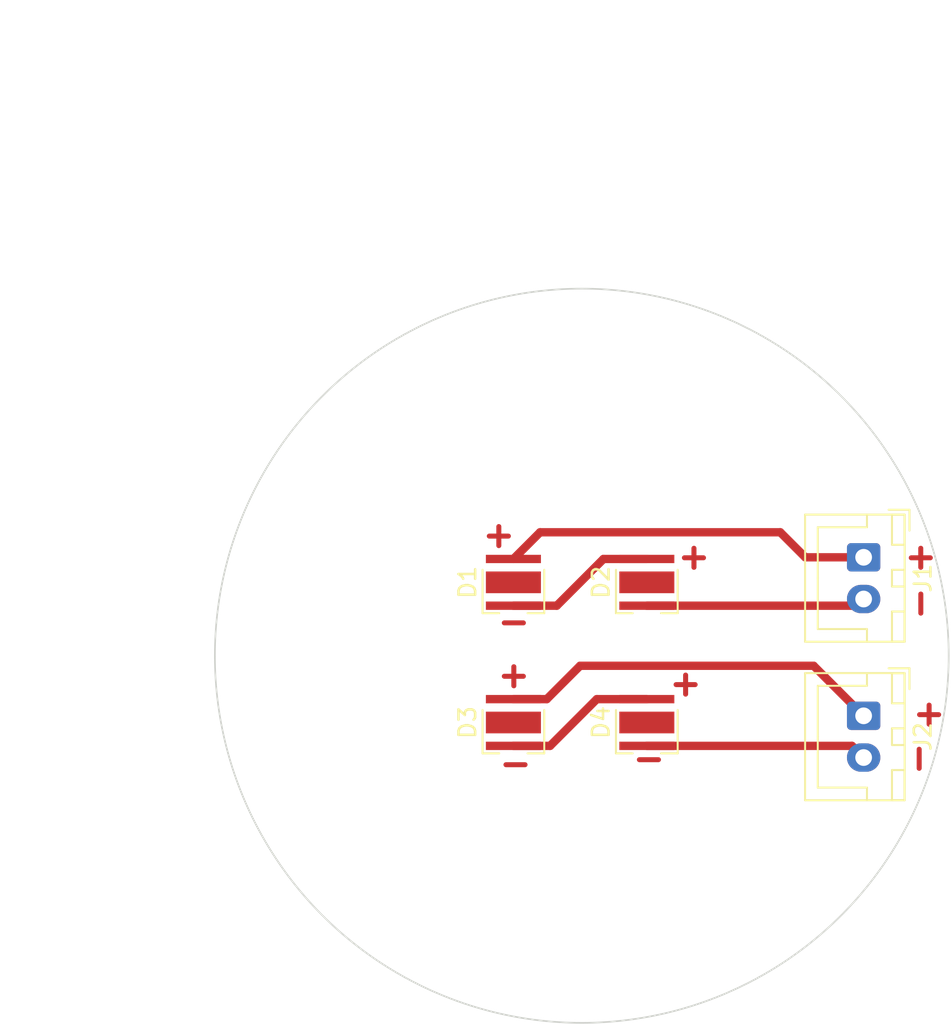
<source format=kicad_pcb>
(kicad_pcb (version 20221018) (generator pcbnew)
  (layers (0 "F.Cu" signal) (31 "B.Cu" signal) (34 "B.Paste" user) (35 "F.Paste" user) (36 "B.SilkS" user "B.Silkscreen") (37 "F.SilkS" user "F.Silkscreen") (38 "B.Mask" user) (39 "F.Mask" user) (44 "Edge.Cuts" user))
  (net 0 "")
  (net 1 "Net-(D1-K)")
  (net 2 "Net-(D1-A)")
  (net 3 "Net-(D2-K)")
  (net 4 "Net-(D3-K)")
  (net 5 "Net-(D3-A)")
  (net 6 "Net-(D4-K)")
  (footprint "LED_SMD:LED_Cree-XHP35" (layer "F.Cu") (at 166 72.4 90)
    (fp_text reference "D4" (at 0 -2.75 90) (layer "F.SilkS"))
    (fp_text value "LED")
    (fp_line (start -1.85 -1.85) (end -1.85 -0.85) (stroke (width 0.12)) (layer "F.SilkS"))
    (fp_line (start -1.85 1.85) (end -1.85 0.85) (stroke (width 0.12)) (layer "F.SilkS"))
    (fp_line (start 0.75 -1.85) (end -1.85 -1.85) (stroke (width 0.12)) (layer "F.SilkS"))
    (fp_line (start 0.75 1.85) (end -1.85 1.85) (stroke (width 0.12)) (layer "F.SilkS"))
    (pad "1" smd rect (at -1.4 0 90) (size 0.5 3.3) (layers "F.Cu" "F.Paste" "F.Mask") (net 6 "Net-(D4-K)"))
    (pad "2" smd rect (at 1.4 0 90) (size 0.5 3.3) (layers "F.Cu" "F.Paste" "F.Mask") (net 4 "Net-(D3-K)"))
    (pad "3" smd rect (at 0 0 90) (size 1.3 3.3) (layers "F.Cu" "F.Mask"))
  )
  (footprint "LED_SMD:LED_Cree-XHP35" (layer "F.Cu") (at 166 64 90)
    (fp_text reference "D2" (at 0 -2.75 90) (layer "F.SilkS"))
    (fp_text value "LED")
    (fp_line (start -1.85 -1.85) (end -1.85 -0.85) (stroke (width 0.12)) (layer "F.SilkS"))
    (fp_line (start -1.85 1.85) (end -1.85 0.85) (stroke (width 0.12)) (layer "F.SilkS"))
    (fp_line (start 0.75 -1.85) (end -1.85 -1.85) (stroke (width 0.12)) (layer "F.SilkS"))
    (fp_line (start 0.75 1.85) (end -1.85 1.85) (stroke (width 0.12)) (layer "F.SilkS"))
    (pad "1" smd rect (at -1.4 0 90) (size 0.5 3.3) (layers "F.Cu" "F.Paste" "F.Mask") (net 3 "Net-(D2-K)"))
    (pad "2" smd rect (at 1.4 0 90) (size 0.5 3.3) (layers "F.Cu" "F.Paste" "F.Mask") (net 1 "Net-(D1-K)"))
    (pad "3" smd rect (at 0 0 90) (size 1.3 3.3) (layers "F.Cu" "F.Mask"))
  )
  (footprint "LED_SMD:LED_Cree-XHP35" (layer "F.Cu") (at 158 64 90)
    (fp_text reference "D1" (at 0 -2.75 90) (layer "F.SilkS"))
    (fp_text value "LED")
    (fp_line (start -1.85 -1.85) (end -1.85 -0.85) (stroke (width 0.12)) (layer "F.SilkS"))
    (fp_line (start -1.85 1.85) (end -1.85 0.85) (stroke (width 0.12)) (layer "F.SilkS"))
    (fp_line (start 0.75 -1.85) (end -1.85 -1.85) (stroke (width 0.12)) (layer "F.SilkS"))
    (fp_line (start 0.75 1.85) (end -1.85 1.85) (stroke (width 0.12)) (layer "F.SilkS"))
    (pad "1" smd rect (at -1.4 0 90) (size 0.5 3.3) (layers "F.Cu" "F.Paste" "F.Mask") (net 1 "Net-(D1-K)"))
    (pad "2" smd rect (at 1.4 0 90) (size 0.5 3.3) (layers "F.Cu" "F.Paste" "F.Mask") (net 2 "Net-(D1-A)"))
    (pad "3" smd rect (at 0 0 90) (size 1.3 3.3) (layers "F.Cu" "F.Mask"))
  )
  (footprint "Connector_JST:JST_XH_B2B-XH-A_1x02_P2.50mm_Vertical" (layer "F.Cu") (at 179 62.5 -90)
    (fp_text reference "J1" (at 1.25 -3.55 90) (layer "F.SilkS"))
    (fp_text value "Conn_01x02_Pin")
    (fp_line (start -2.85 -2.75) (end -2.85 -1.5) (stroke (width 0.12)) (layer "F.SilkS"))
    (fp_line (start -2.56 -2.46) (end -2.56 3.51) (stroke (width 0.12)) (layer "F.SilkS"))
    (fp_line (start -2.56 3.51) (end 5.06 3.51) (stroke (width 0.12)) (layer "F.SilkS"))
    (fp_line (start -2.55 -2.45) (end -2.55 -1.7) (stroke (width 0.12)) (layer "F.SilkS"))
    (fp_line (start -2.55 -1.7) (end -0.75 -1.7) (stroke (width 0.12)) (layer "F.SilkS"))
    (fp_line (start -2.55 -0.2) (end -1.8 -0.2) (stroke (width 0.12)) (layer "F.SilkS"))
    (fp_line (start -1.8 -0.2) (end -1.8 2.75) (stroke (width 0.12)) (layer "F.SilkS"))
    (fp_line (start -1.8 2.75) (end 1.25 2.75) (stroke (width 0.12)) (layer "F.SilkS"))
    (fp_line (start -1.6 -2.75) (end -2.85 -2.75) (stroke (width 0.12)) (layer "F.SilkS"))
    (fp_line (start -0.75 -2.45) (end -2.55 -2.45) (stroke (width 0.12)) (layer "F.SilkS"))
    (fp_line (start -0.75 -1.7) (end -0.75 -2.45) (stroke (width 0.12)) (layer "F.SilkS"))
    (fp_line (start 0.75 -2.45) (end 0.75 -1.7) (stroke (width 0.12)) (layer "F.SilkS"))
    (fp_line (start 0.75 -1.7) (end 1.75 -1.7) (stroke (width 0.12)) (layer "F.SilkS"))
    (fp_line (start 1.75 -2.45) (end 0.75 -2.45) (stroke (width 0.12)) (layer "F.SilkS"))
    (fp_line (start 1.75 -1.7) (end 1.75 -2.45) (stroke (width 0.12)) (layer "F.SilkS"))
    (fp_line (start 3.25 -2.45) (end 3.25 -1.7) (stroke (width 0.12)) (layer "F.SilkS"))
    (fp_line (start 3.25 -1.7) (end 5.05 -1.7) (stroke (width 0.12)) (layer "F.SilkS"))
    (fp_line (start 4.3 -0.2) (end 4.3 2.75) (stroke (width 0.12)) (layer "F.SilkS"))
    (fp_line (start 4.3 2.75) (end 1.25 2.75) (stroke (width 0.12)) (layer "F.SilkS"))
    (fp_line (start 5.05 -2.45) (end 3.25 -2.45) (stroke (width 0.12)) (layer "F.SilkS"))
    (fp_line (start 5.05 -1.7) (end 5.05 -2.45) (stroke (width 0.12)) (layer "F.SilkS"))
    (fp_line (start 5.05 -0.2) (end 4.3 -0.2) (stroke (width 0.12)) (layer "F.SilkS"))
    (fp_line (start 5.06 -2.46) (end -2.56 -2.46) (stroke (width 0.12)) (layer "F.SilkS"))
    (fp_line (start 5.06 3.51) (end 5.06 -2.46) (stroke (width 0.12)) (layer "F.SilkS"))
    (pad "1" thru_hole roundrect (at 0 0 270) (size 1.7 2) (drill 1) (layers "*.Cu" "*.Mask") (roundrect_rratio 0.1470588235) (net 2 "Net-(D1-A)"))
    (pad "2" thru_hole oval (at 2.5 0 270) (size 1.7 2) (drill 1) (layers "*.Cu" "*.Mask") (net 3 "Net-(D2-K)"))
  )
  (footprint "Connector_JST:JST_XH_B2B-XH-A_1x02_P2.50mm_Vertical" (layer "F.Cu") (at 179 72 -90)
    (fp_text reference "J2" (at 1.25 -3.55 90) (layer "F.SilkS"))
    (fp_text value "Conn_01x02_Pin")
    (fp_line (start -2.85 -2.75) (end -2.85 -1.5) (stroke (width 0.12)) (layer "F.SilkS"))
    (fp_line (start -2.56 -2.46) (end -2.56 3.51) (stroke (width 0.12)) (layer "F.SilkS"))
    (fp_line (start -2.56 3.51) (end 5.06 3.51) (stroke (width 0.12)) (layer "F.SilkS"))
    (fp_line (start -2.55 -2.45) (end -2.55 -1.7) (stroke (width 0.12)) (layer "F.SilkS"))
    (fp_line (start -2.55 -1.7) (end -0.75 -1.7) (stroke (width 0.12)) (layer "F.SilkS"))
    (fp_line (start -2.55 -0.2) (end -1.8 -0.2) (stroke (width 0.12)) (layer "F.SilkS"))
    (fp_line (start -1.8 -0.2) (end -1.8 2.75) (stroke (width 0.12)) (layer "F.SilkS"))
    (fp_line (start -1.8 2.75) (end 1.25 2.75) (stroke (width 0.12)) (layer "F.SilkS"))
    (fp_line (start -1.6 -2.75) (end -2.85 -2.75) (stroke (width 0.12)) (layer "F.SilkS"))
    (fp_line (start -0.75 -2.45) (end -2.55 -2.45) (stroke (width 0.12)) (layer "F.SilkS"))
    (fp_line (start -0.75 -1.7) (end -0.75 -2.45) (stroke (width 0.12)) (layer "F.SilkS"))
    (fp_line (start 0.75 -2.45) (end 0.75 -1.7) (stroke (width 0.12)) (layer "F.SilkS"))
    (fp_line (start 0.75 -1.7) (end 1.75 -1.7) (stroke (width 0.12)) (layer "F.SilkS"))
    (fp_line (start 1.75 -2.45) (end 0.75 -2.45) (stroke (width 0.12)) (layer "F.SilkS"))
    (fp_line (start 1.75 -1.7) (end 1.75 -2.45) (stroke (width 0.12)) (layer "F.SilkS"))
    (fp_line (start 3.25 -2.45) (end 3.25 -1.7) (stroke (width 0.12)) (layer "F.SilkS"))
    (fp_line (start 3.25 -1.7) (end 5.05 -1.7) (stroke (width 0.12)) (layer "F.SilkS"))
    (fp_line (start 4.3 -0.2) (end 4.3 2.75) (stroke (width 0.12)) (layer "F.SilkS"))
    (fp_line (start 4.3 2.75) (end 1.25 2.75) (stroke (width 0.12)) (layer "F.SilkS"))
    (fp_line (start 5.05 -2.45) (end 3.25 -2.45) (stroke (width 0.12)) (layer "F.SilkS"))
    (fp_line (start 5.05 -1.7) (end 5.05 -2.45) (stroke (width 0.12)) (layer "F.SilkS"))
    (fp_line (start 5.05 -0.2) (end 4.3 -0.2) (stroke (width 0.12)) (layer "F.SilkS"))
    (fp_line (start 5.06 -2.46) (end -2.56 -2.46) (stroke (width 0.12)) (layer "F.SilkS"))
    (fp_line (start 5.06 3.51) (end 5.06 -2.46) (stroke (width 0.12)) (layer "F.SilkS"))
    (pad "1" thru_hole roundrect (at 0 0 270) (size 1.7 2) (drill 1) (layers "*.Cu" "*.Mask") (roundrect_rratio 0.1470588235) (net 5 "Net-(D3-A)"))
    (pad "2" thru_hole oval (at 2.5 0 270) (size 1.7 2) (drill 1) (layers "*.Cu" "*.Mask") (net 6 "Net-(D4-K)"))
  )
  (footprint "LED_SMD:LED_Cree-XHP35" (layer "F.Cu") (at 158 72.4 90)
    (fp_text reference "D3" (at 0 -2.75 90) (layer "F.SilkS"))
    (fp_text value "LED")
    (fp_line (start -1.85 -1.85) (end -1.85 -0.85) (stroke (width 0.12)) (layer "F.SilkS"))
    (fp_line (start -1.85 1.85) (end -1.85 0.85) (stroke (width 0.12)) (layer "F.SilkS"))
    (fp_line (start 0.75 -1.85) (end -1.85 -1.85) (stroke (width 0.12)) (layer "F.SilkS"))
    (fp_line (start 0.75 1.85) (end -1.85 1.85) (stroke (width 0.12)) (layer "F.SilkS"))
    (pad "1" smd rect (at -1.4 0 90) (size 0.5 3.3) (layers "F.Cu" "F.Paste" "F.Mask") (net 4 "Net-(D3-K)"))
    (pad "2" smd rect (at 1.4 0 90) (size 0.5 3.3) (layers "F.Cu" "F.Paste" "F.Mask") (net 5 "Net-(D3-A)"))
    (pad "3" smd rect (at 0 0 90) (size 1.3 3.3) (layers "F.Cu" "F.Mask"))
  )
  (gr_circle (center 162.1 68.4) (end 184.1 68.4) (stroke (width 0.1)) (fill none) (layer "Edge.Cuts"))
  (gr_text "-" (at 165 75.4) (layer "F.Cu") (effects (font (size 1.5 1.5) (thickness 0.3) bold) (justify left bottom)))
  (gr_text "+" (at 181.8 72.7) (layer "F.Cu") (effects (font (size 1.5 1.5) (thickness 0.3) bold) (justify left bottom)))
  (gr_text "-" (at 157 75.7) (layer "F.Cu") (effects (font (size 1.5 1.5) (thickness 0.3) bold) (justify left bottom)))
  (gr_text "+" (at 156.9 70.4) (layer "F.Cu") (effects (font (size 1.5 1.5) (thickness 0.3) bold) (justify left bottom)))
  (gr_text "-" (at 183.1 75.7 90) (layer "F.Cu") (effects (font (size 1.5 1.5) (thickness 0.3) bold) (justify left bottom)))
  (gr_text "-" (at 183.2 66.4 90) (layer "F.Cu") (effects (font (size 1.5 1.5) (thickness 0.3) bold) (justify left bottom)))
  (gr_text "+" (at 167.2 70.9) (layer "F.Cu") (effects (font (size 1.5 1.5) (thickness 0.3) bold) (justify left bottom)))
  (gr_text "+" (at 181.3 63.3) (layer "F.Cu") (effects (font (size 1.5 1.5) (thickness 0.3) bold) (justify left bottom)))
  (gr_text "+" (at 167.7 63.3) (layer "F.Cu") (effects (font (size 1.5 1.5) (thickness 0.3) bold) (justify left bottom)))
  (gr_text "+" (at 156 62) (layer "F.Cu") (effects (font (size 1.5 1.5) (thickness 0.3) bold) (justify left bottom)))
  (gr_text "-" (at 156.9 67.2) (layer "F.Cu") (effects (font (size 1.5 1.5) (thickness 0.3) bold) (justify left bottom)))
  (segment (start 163.4 62.6) (end 166 62.6) (width 0.5) (layer "F.Cu") (net 1))
  (segment (start 160.6 65.4) (end 163.4 62.6) (width 0.5) (layer "F.Cu") (net 1))
  (segment (start 158 65.4) (end 160.6 65.4) (width 0.5) (layer "F.Cu") (net 1))
  (segment (start 175.5 62.5) (end 174 61) (width 0.5) (layer "F.Cu") (net 2))
  (segment (start 179 62.5) (end 175.5 62.5) (width 0.5) (layer "F.Cu") (net 2))
  (segment (start 159.6 61) (end 158 62.6) (width 0.5) (layer "F.Cu") (net 2))
  (segment (start 174 61) (end 159.6 61) (width 0.5) (layer "F.Cu") (net 2))
  (segment (start 178.6 65.4) (end 179 65) (width 0.5) (layer "F.Cu") (net 3))
  (segment (start 166 65.4) (end 178.6 65.4) (width 0.5) (layer "F.Cu") (net 3))
  (segment (start 158 73.8) (end 160.2 73.8) (width 0.5) (layer "F.Cu") (net 4))
  (segment (start 163 71) (end 166 71) (width 0.5) (layer "F.Cu") (net 4))
  (segment (start 160.2 73.8) (end 163 71) (width 0.5) (layer "F.Cu") (net 4))
  (segment (start 176 69) (end 162 69) (width 0.5) (layer "F.Cu") (net 5))
  (segment (start 179 72) (end 176 69) (width 0.5) (layer "F.Cu") (net 5))
  (segment (start 162 69) (end 160 71) (width 0.5) (layer "F.Cu") (net 5))
  (segment (start 160 71) (end 158 71) (width 0.5) (layer "F.Cu") (net 5))
  (segment (start 178.3 73.8) (end 179 74.5) (width 0.5) (layer "F.Cu") (net 6))
  (segment (start 166 73.8) (end 178.3 73.8) (width 0.5) (layer "F.Cu") (net 6))
)
</source>
